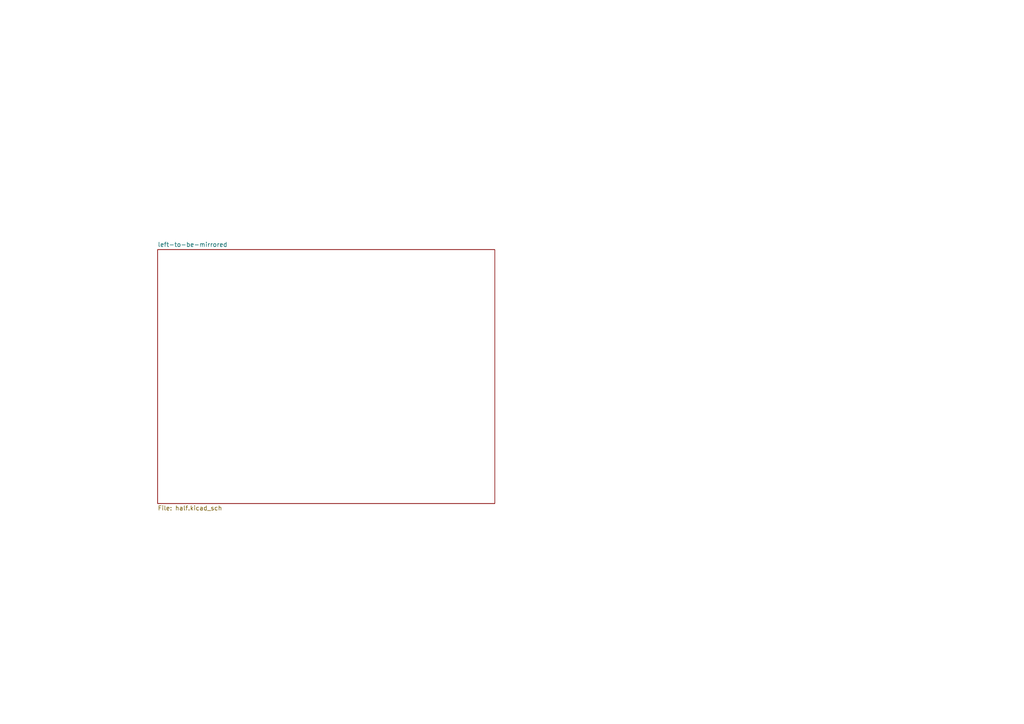
<source format=kicad_sch>
(kicad_sch
	(version 20250114)
	(generator "eeschema")
	(generator_version "9.0")
	(uuid "89922203-b126-4628-8264-14224bcab0ba")
	(paper "A4")
	(lib_symbols)
	(sheet
		(at 45.72 72.39)
		(size 97.79 73.66)
		(exclude_from_sim no)
		(in_bom yes)
		(on_board yes)
		(dnp no)
		(fields_autoplaced yes)
		(stroke
			(width 0.1524)
			(type solid)
		)
		(fill
			(color 0 0 0 0.0000)
		)
		(uuid "abec0678-73f7-4fbe-80b3-042b0bb97acf")
		(property "Sheetname" "left-to-be-mirrored"
			(at 45.72 71.6784 0)
			(effects
				(font
					(size 1.27 1.27)
				)
				(justify left bottom)
			)
		)
		(property "Sheetfile" "half.kicad_sch"
			(at 45.72 146.6346 0)
			(effects
				(font
					(size 1.27 1.27)
				)
				(justify left top)
			)
		)
		(instances
			(project "Guys-split-keyboardV2"
				(path "/89922203-b126-4628-8264-14224bcab0ba"
					(page "2")
				)
			)
		)
	)
	(sheet_instances
		(path "/"
			(page "1")
		)
	)
	(embedded_fonts no)
)

</source>
